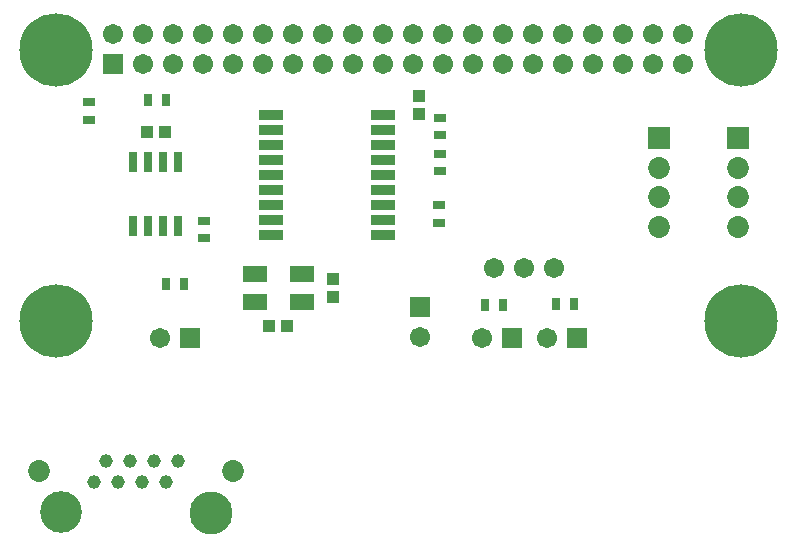
<source format=gts>
G04*
G04 #@! TF.GenerationSoftware,Altium Limited,Altium Designer,18.1.9 (240)*
G04*
G04 Layer_Color=8388736*
%FSAX25Y25*%
%MOIN*%
G70*
G01*
G75*
%ADD23R,0.03162X0.04343*%
%ADD24R,0.03162X0.06706*%
%ADD25R,0.08280X0.03359*%
%ADD26R,0.07887X0.05524*%
%ADD27R,0.03950X0.03950*%
%ADD28R,0.03950X0.03950*%
%ADD29R,0.04343X0.03162*%
%ADD30R,0.06706X0.06706*%
%ADD31C,0.06706*%
%ADD32C,0.24422*%
%ADD33C,0.07296*%
%ADD34C,0.13910*%
%ADD35C,0.14304*%
%ADD36C,0.04619*%
%ADD37R,0.07296X0.07296*%
%ADD38C,0.06706*%
%ADD39C,0.06710*%
%ADD40R,0.06706X0.06706*%
D23*
X0450787Y0323819D02*
D03*
X0444882D02*
D03*
X0438878Y0385335D02*
D03*
X0444783D02*
D03*
X0580807Y0317323D02*
D03*
X0574902D02*
D03*
X0557087Y0316831D02*
D03*
X0551181D02*
D03*
D24*
X0448937Y0364665D02*
D03*
X0443937D02*
D03*
X0438937D02*
D03*
X0433937D02*
D03*
X0448937Y0343406D02*
D03*
X0443937D02*
D03*
X0438937D02*
D03*
X0433937D02*
D03*
D25*
X0517224Y0340433D02*
D03*
Y0345433D02*
D03*
Y0350433D02*
D03*
Y0355433D02*
D03*
Y0360433D02*
D03*
Y0365433D02*
D03*
Y0370433D02*
D03*
Y0375433D02*
D03*
Y0380433D02*
D03*
X0479823Y0340433D02*
D03*
Y0345433D02*
D03*
Y0350433D02*
D03*
Y0355433D02*
D03*
Y0360433D02*
D03*
Y0365433D02*
D03*
Y0370433D02*
D03*
Y0375433D02*
D03*
Y0380433D02*
D03*
D26*
X0490100Y0327372D02*
D03*
Y0317923D02*
D03*
X0474352Y0327372D02*
D03*
Y0317923D02*
D03*
D27*
X0529035Y0386614D02*
D03*
Y0380709D02*
D03*
X0500394Y0325492D02*
D03*
Y0319587D02*
D03*
D28*
X0444488Y0374508D02*
D03*
X0438583D02*
D03*
X0479134Y0309842D02*
D03*
X0485039D02*
D03*
D29*
X0536221Y0367421D02*
D03*
Y0361516D02*
D03*
Y0373524D02*
D03*
Y0379429D02*
D03*
X0535925Y0344291D02*
D03*
Y0350197D02*
D03*
X0457480Y0345079D02*
D03*
Y0339173D02*
D03*
X0419095Y0384547D02*
D03*
Y0378642D02*
D03*
D30*
X0452756Y0306004D02*
D03*
X0427264Y0397185D02*
D03*
X0581752Y0306004D02*
D03*
X0560000D02*
D03*
D31*
X0442756D02*
D03*
X0617264Y0407185D02*
D03*
Y0397185D02*
D03*
X0607264Y0407185D02*
D03*
Y0397185D02*
D03*
X0597264Y0407185D02*
D03*
Y0397185D02*
D03*
X0587264Y0407185D02*
D03*
Y0397185D02*
D03*
X0577264Y0407185D02*
D03*
Y0397185D02*
D03*
X0567264Y0407185D02*
D03*
Y0397185D02*
D03*
X0557264Y0407185D02*
D03*
Y0397185D02*
D03*
X0547264Y0407185D02*
D03*
Y0397185D02*
D03*
X0537264Y0407185D02*
D03*
Y0397185D02*
D03*
X0527264Y0407185D02*
D03*
Y0397185D02*
D03*
X0517264Y0407185D02*
D03*
Y0397185D02*
D03*
X0507264Y0407185D02*
D03*
Y0397185D02*
D03*
X0497264Y0407185D02*
D03*
Y0397185D02*
D03*
X0487264Y0407185D02*
D03*
Y0397185D02*
D03*
X0477264Y0407185D02*
D03*
Y0397185D02*
D03*
X0467264Y0407185D02*
D03*
Y0397185D02*
D03*
X0457264Y0407185D02*
D03*
Y0397185D02*
D03*
X0447264Y0407185D02*
D03*
Y0397185D02*
D03*
X0437264Y0407185D02*
D03*
Y0397185D02*
D03*
X0427264Y0407185D02*
D03*
X0571752Y0306004D02*
D03*
X0550000D02*
D03*
X0529528Y0306299D02*
D03*
D32*
X0636346Y0402051D02*
D03*
Y0311500D02*
D03*
X0408000D02*
D03*
Y0402051D02*
D03*
D33*
X0402441Y0261575D02*
D03*
X0467244D02*
D03*
X0609055Y0343012D02*
D03*
Y0352854D02*
D03*
Y0362697D02*
D03*
X0635433Y0343012D02*
D03*
Y0352854D02*
D03*
Y0362697D02*
D03*
D34*
X0409921Y0248110D02*
D03*
D35*
X0459764Y0247795D02*
D03*
D36*
X0424961Y0265079D02*
D03*
X0432953Y0265118D02*
D03*
X0440945D02*
D03*
X0448937D02*
D03*
X0420748Y0258071D02*
D03*
X0428740D02*
D03*
X0436732D02*
D03*
X0444724D02*
D03*
D37*
X0609055Y0372539D02*
D03*
X0635433D02*
D03*
D38*
X0554075Y0329173D02*
D03*
D39*
X0564075Y0329134D02*
D03*
X0574075D02*
D03*
D40*
X0529528Y0316299D02*
D03*
M02*

</source>
